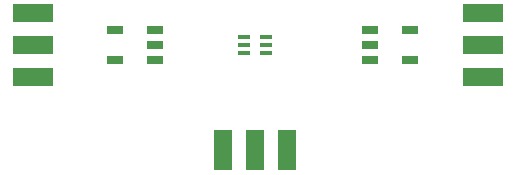
<source format=gbr>
G04 #@! TF.GenerationSoftware,KiCad,Pcbnew,5.1.9-5.1.9*
G04 #@! TF.CreationDate,2021-02-06T16:07:34+03:00*
G04 #@! TF.ProjectId,mix,6d69782e-6b69-4636-9164-5f7063625858,rev?*
G04 #@! TF.SameCoordinates,Original*
G04 #@! TF.FileFunction,Soldermask,Top*
G04 #@! TF.FilePolarity,Negative*
%FSLAX46Y46*%
G04 Gerber Fmt 4.6, Leading zero omitted, Abs format (unit mm)*
G04 Created by KiCad (PCBNEW 5.1.9-5.1.9) date 2021-02-06 16:07:34*
%MOMM*%
%LPD*%
G01*
G04 APERTURE LIST*
%ADD10R,3.500000X1.500000*%
%ADD11R,1.500000X3.500000*%
%ADD12R,1.000000X0.450000*%
%ADD13R,1.400000X0.760000*%
G04 APERTURE END LIST*
D10*
X128524000Y-95410000D03*
X128524000Y-90010000D03*
X128524000Y-92710000D03*
D11*
X150020000Y-101600000D03*
X144620000Y-101600000D03*
X147320000Y-101600000D03*
D10*
X166624000Y-90010000D03*
X166624000Y-95410000D03*
X166624000Y-92710000D03*
D12*
X146370000Y-92060000D03*
X146370000Y-92710000D03*
X146370000Y-93360000D03*
X148270000Y-93360000D03*
X148270000Y-92710000D03*
X148270000Y-92060000D03*
D13*
X138875000Y-91440000D03*
X138875000Y-92710000D03*
X138875000Y-93980000D03*
X135445000Y-93980000D03*
X135445000Y-91440000D03*
X160465000Y-93980000D03*
X160465000Y-91440000D03*
X157035000Y-91440000D03*
X157035000Y-92710000D03*
X157035000Y-93980000D03*
M02*

</source>
